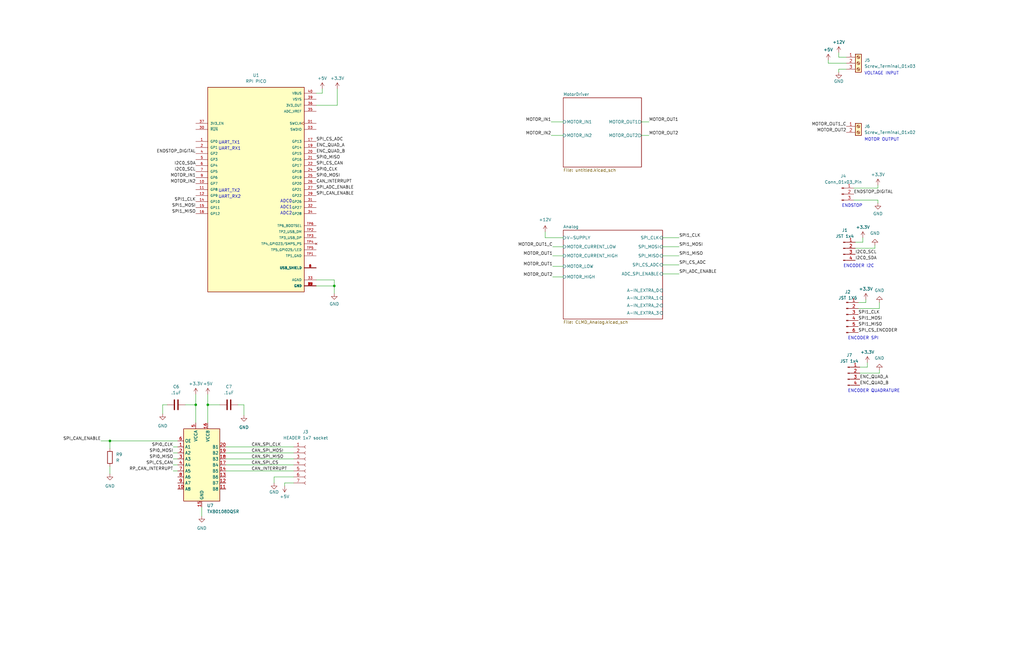
<source format=kicad_sch>
(kicad_sch (version 20230121) (generator eeschema)
  (paper "B")
  (lib_symbols
    (symbol "Connector:Conn_01x03_Pin" (pin_names (offset 1.016) hide)
      (property "Reference" "J" (at 0 5.08 0))
      (property "Value" "Conn_01x03_Pin" (at 0 -5.08 0))
      (symbol "Conn_01x03_Pin_1_1"
        (polyline (pts (xy 1.27 -2.54) (xy 0.8636 -2.54)) (stroke (width 0.1524)))
        (polyline (pts (xy 1.27 0) (xy 0.8636 0)) (stroke (width 0.1524)))
        (polyline (pts (xy 1.27 2.54) (xy 0.8636 2.54)) (stroke (width 0.1524)))
        (rectangle (start 0.8636 -2.413) (end 0 -2.667) (stroke (width 0.1524)) (fill (type outline)))
        (rectangle (start 0.8636 0.127) (end 0 -0.127) (stroke (width 0.1524)) (fill (type outline)))
        (rectangle (start 0.8636 2.667) (end 0 2.413) (stroke (width 0.1524)) (fill (type outline)))
        (pin passive line (at 5.08 2.54 180) (length 3.81) (name "Pin_1") (number "1"))
        (pin passive line (at 5.08 0 180) (length 3.81) (name "Pin_2") (number "2"))
        (pin passive line (at 5.08 -2.54 180) (length 3.81) (name "Pin_3") (number "3"))
      )
    )
    (symbol "Connector:Conn_01x04_Pin" (pin_names (offset 1.016) hide)
      (property "Reference" "J" (at 0 5.08 0))
      (property "Value" "Conn_01x04_Pin" (at 0 -7.62 0))
      (symbol "Conn_01x04_Pin_1_1"
        (polyline (pts (xy 1.27 -5.08) (xy 0.8636 -5.08)) (stroke (width 0.1524)))
        (polyline (pts (xy 1.27 -2.54) (xy 0.8636 -2.54)) (stroke (width 0.1524)))
        (polyline (pts (xy 1.27 0) (xy 0.8636 0)) (stroke (width 0.1524)))
        (polyline (pts (xy 1.27 2.54) (xy 0.8636 2.54)) (stroke (width 0.1524)))
        (rectangle (start 0.8636 -4.953) (end 0 -5.207) (stroke (width 0.1524)) (fill (type outline)))
        (rectangle (start 0.8636 -2.413) (end 0 -2.667) (stroke (width 0.1524)) (fill (type outline)))
        (rectangle (start 0.8636 0.127) (end 0 -0.127) (stroke (width 0.1524)) (fill (type outline)))
        (rectangle (start 0.8636 2.667) (end 0 2.413) (stroke (width 0.1524)) (fill (type outline)))
        (pin passive line (at 5.08 2.54 180) (length 3.81) (name "Pin_1") (number "1"))
        (pin passive line (at 5.08 0 180) (length 3.81) (name "Pin_2") (number "2"))
        (pin passive line (at 5.08 -2.54 180) (length 3.81) (name "Pin_3") (number "3"))
        (pin passive line (at 5.08 -5.08 180) (length 3.81) (name "Pin_4") (number "4"))
      )
    )
    (symbol "Connector:Conn_01x06_Pin" (pin_names (offset 1.016) hide)
      (property "Reference" "J" (at 0 7.62 0))
      (property "Value" "Conn_01x06_Pin" (at 0 -10.16 0))
      (symbol "Conn_01x06_Pin_1_1"
        (polyline (pts (xy 1.27 -7.62) (xy 0.8636 -7.62)) (stroke (width 0.1524)))
        (polyline (pts (xy 1.27 -5.08) (xy 0.8636 -5.08)) (stroke (width 0.1524)))
        (polyline (pts (xy 1.27 -2.54) (xy 0.8636 -2.54)) (stroke (width 0.1524)))
        (polyline (pts (xy 1.27 0) (xy 0.8636 0)) (stroke (width 0.1524)))
        (polyline (pts (xy 1.27 2.54) (xy 0.8636 2.54)) (stroke (width 0.1524)))
        (polyline (pts (xy 1.27 5.08) (xy 0.8636 5.08)) (stroke (width 0.1524)))
        (rectangle (start 0.8636 -7.493) (end 0 -7.747) (stroke (width 0.1524)) (fill (type outline)))
        (rectangle (start 0.8636 -4.953) (end 0 -5.207) (stroke (width 0.1524)) (fill (type outline)))
        (rectangle (start 0.8636 -2.413) (end 0 -2.667) (stroke (width 0.1524)) (fill (type outline)))
        (rectangle (start 0.8636 0.127) (end 0 -0.127) (stroke (width 0.1524)) (fill (type outline)))
        (rectangle (start 0.8636 2.667) (end 0 2.413) (stroke (width 0.1524)) (fill (type outline)))
        (rectangle (start 0.8636 5.207) (end 0 4.953) (stroke (width 0.1524)) (fill (type outline)))
        (pin passive line (at 5.08 5.08 180) (length 3.81) (name "Pin_1") (number "1"))
        (pin passive line (at 5.08 2.54 180) (length 3.81) (name "Pin_2") (number "2"))
        (pin passive line (at 5.08 0 180) (length 3.81) (name "Pin_3") (number "3"))
        (pin passive line (at 5.08 -2.54 180) (length 3.81) (name "Pin_4") (number "4"))
        (pin passive line (at 5.08 -5.08 180) (length 3.81) (name "Pin_5") (number "5"))
        (pin passive line (at 5.08 -7.62 180) (length 3.81) (name "Pin_6") (number "6"))
      )
    )
    (symbol "Connector:Conn_01x07_Socket" (pin_names (offset 1.016) hide)
      (property "Reference" "J" (at 0 10.16 0))
      (property "Value" "Conn_01x07_Socket" (at 0 -10.16 0))
      (symbol "Conn_01x07_Socket_1_1"
        (arc (start 0 -7.112) (mid -0.5058 -7.62) (end 0 -8.128) (stroke (width 0.1524)))
        (arc (start 0 -4.572) (mid -0.5058 -5.08) (end 0 -5.588) (stroke (width 0.1524)))
        (arc (start 0 -2.032) (mid -0.5058 -2.54) (end 0 -3.048) (stroke (width 0.1524)))
        (polyline (pts (xy -1.27 -7.62) (xy -0.508 -7.62)) (stroke (width 0.1524)))
        (polyline (pts (xy -1.27 -5.08) (xy -0.508 -5.08)) (stroke (width 0.1524)))
        (polyline (pts (xy -1.27 -2.54) (xy -0.508 -2.54)) (stroke (width 0.1524)))
        (polyline (pts (xy -1.27 0) (xy -0.508 0)) (stroke (width 0.1524)))
        (polyline (pts (xy -1.27 2.54) (xy -0.508 2.54)) (stroke (width 0.1524)))
        (polyline (pts (xy -1.27 5.08) (xy -0.508 5.08)) (stroke (width 0.1524)))
        (polyline (pts (xy -1.27 7.62) (xy -0.508 7.62)) (stroke (width 0.1524)))
        (arc (start 0 0.508) (mid -0.5058 0) (end 0 -0.508) (stroke (width 0.1524)))
        (arc (start 0 3.048) (mid -0.5058 2.54) (end 0 2.032) (stroke (width 0.1524)))
        (arc (start 0 5.588) (mid -0.5058 5.08) (end 0 4.572) (stroke (width 0.1524)))
        (arc (start 0 8.128) (mid -0.5058 7.62) (end 0 7.112) (stroke (width 0.1524)))
        (pin passive line (at -5.08 7.62 0) (length 3.81) (name "Pin_1") (number "1"))
        (pin passive line (at -5.08 5.08 0) (length 3.81) (name "Pin_2") (number "2"))
        (pin passive line (at -5.08 2.54 0) (length 3.81) (name "Pin_3") (number "3"))
        (pin passive line (at -5.08 0 0) (length 3.81) (name "Pin_4") (number "4"))
        (pin passive line (at -5.08 -2.54 0) (length 3.81) (name "Pin_5") (number "5"))
        (pin passive line (at -5.08 -5.08 0) (length 3.81) (name "Pin_6") (number "6"))
        (pin passive line (at -5.08 -7.62 0) (length 3.81) (name "Pin_7") (number "7"))
      )
    )
    (symbol "Connector:Screw_Terminal_01x02" (pin_names (offset 1.016) hide)
      (property "Reference" "J" (at 0 2.54 0))
      (property "Value" "Screw_Terminal_01x02" (at 0 -5.08 0))
      (symbol "Screw_Terminal_01x02_1_1"
        (rectangle (start -1.27 1.27) (end 1.27 -3.81) (stroke (width 0.254)) (fill (type background)))
        (circle (center 0 -2.54) (radius 0.635) (stroke (width 0.1524)))
        (polyline (pts (xy -0.5334 -2.2098) (xy 0.3302 -3.048)) (stroke (width 0.1524)))
        (polyline (pts (xy -0.5334 0.3302) (xy 0.3302 -0.508)) (stroke (width 0.1524)))
        (polyline (pts (xy -0.3556 -2.032) (xy 0.508 -2.8702)) (stroke (width 0.1524)))
        (polyline (pts (xy -0.3556 0.508) (xy 0.508 -0.3302)) (stroke (width 0.1524)))
        (circle (center 0 0) (radius 0.635) (stroke (width 0.1524)))
        (pin passive line (at -5.08 0 0) (length 3.81) (name "Pin_1") (number "1"))
        (pin passive line (at -5.08 -2.54 0) (length 3.81) (name "Pin_2") (number "2"))
      )
    )
    (symbol "Connector:Screw_Terminal_01x03" (pin_names (offset 1.016) hide)
      (property "Reference" "J" (at 0 5.08 0))
      (property "Value" "Screw_Terminal_01x03" (at 0 -5.08 0))
      (symbol "Screw_Terminal_01x03_1_1"
        (rectangle (start -1.27 3.81) (end 1.27 -3.81) (stroke (width 0.254)) (fill (type background)))
        (circle (center 0 -2.54) (radius 0.635) (stroke (width 0.1524)))
        (polyline (pts (xy -0.5334 -2.2098) (xy 0.3302 -3.048)) (stroke (width 0.1524)))
        (polyline (pts (xy -0.5334 0.3302) (xy 0.3302 -0.508)) (stroke (width 0.1524)))
        (polyline (pts (xy -0.5334 2.8702) (xy 0.3302 2.032)) (stroke (width 0.1524)))
        (polyline (pts (xy -0.3556 -2.032) (xy 0.508 -2.8702)) (stroke (width 0.1524)))
        (polyline (pts (xy -0.3556 0.508) (xy 0.508 -0.3302)) (stroke (width 0.1524)))
        (polyline (pts (xy -0.3556 3.048) (xy 0.508 2.2098)) (stroke (width 0.1524)))
        (circle (center 0 0) (radius 0.635) (stroke (width 0.1524)))
        (circle (center 0 2.54) (radius 0.635) (stroke (width 0.1524)))
        (pin passive line (at -5.08 2.54 0) (length 3.81) (name "Pin_1") (number "1"))
        (pin passive line (at -5.08 0 0) (length 3.81) (name "Pin_2") (number "2"))
        (pin passive line (at -5.08 -2.54 0) (length 3.81) (name "Pin_3") (number "3"))
      )
    )
    (symbol "Device:C" (pin_numbers hide) (pin_names (offset 0.254))
      (property "Reference" "C" (at 0.635 2.54 0))
      (property "Value" "C" (at 0.635 -2.54 0))
      (symbol "C_0_1"
        (polyline (pts (xy -2.032 -0.762) (xy 2.032 -0.762)) (stroke (width 0.508)))
        (polyline (pts (xy -2.032 0.762) (xy 2.032 0.762)) (stroke (width 0.508)))
      )
      (symbol "C_1_1"
        (pin passive line (at 0 3.81 270) (length 2.794) (name "~") (number "1"))
        (pin passive line (at 0 -3.81 90) (length 2.794) (name "~") (number "2"))
      )
    )
    (symbol "Device:R" (pin_numbers hide) (pin_names (offset 0))
      (property "Reference" "R" (at 2.032 0 90))
      (property "Value" "R" (at 0 0 90))
      (symbol "R_0_1"
        (rectangle (start -1.016 -2.54) (end 1.016 2.54) (stroke (width 0.254)))
      )
      (symbol "R_1_1"
        (pin passive line (at 0 3.81 270) (length 1.27) (name "~") (number "1"))
        (pin passive line (at 0 -3.81 90) (length 1.27) (name "~") (number "2"))
      )
    )
    (symbol "Logic_LevelTranslator:TXB0108DQSR"
      (property "Reference" "U" (at -6.35 16.51 0))
      (property "Value" "TXB0108DQSR" (at 3.81 16.51 0))
      (symbol "TXB0108DQSR_0_1"
        (rectangle (start -7.62 15.24) (end 7.62 -15.24) (stroke (width 0.254)) (fill (type background)))
      )
      (symbol "TXB0108DQSR_1_1"
        (pin bidirectional line (at -10.16 7.62 0) (length 2.54) (name "A1") (number "1"))
        (pin bidirectional line (at -10.16 -10.16 0) (length 2.54) (name "A8") (number "10"))
        (pin bidirectional line (at 10.16 -10.16 180) (length 2.54) (name "B8") (number "11"))
        (pin bidirectional line (at 10.16 -7.62 180) (length 2.54) (name "B7") (number "12"))
        (pin bidirectional line (at 10.16 -5.08 180) (length 2.54) (name "B6") (number "13"))
        (pin bidirectional line (at 10.16 -2.54 180) (length 2.54) (name "B5") (number "14"))
        (pin power_in line (at 0 -17.78 90) (length 2.54) (name "GND") (number "15"))
        (pin power_in line (at 2.54 17.78 270) (length 2.54) (name "VCCB") (number "16"))
        (pin bidirectional line (at 10.16 0 180) (length 2.54) (name "B4") (number "17"))
        (pin bidirectional line (at 10.16 2.54 180) (length 2.54) (name "B3") (number "18"))
        (pin bidirectional line (at 10.16 5.08 180) (length 2.54) (name "B2") (number "19"))
        (pin bidirectional line (at -10.16 5.08 0) (length 2.54) (name "A2") (number "2"))
        (pin bidirectional line (at 10.16 7.62 180) (length 2.54) (name "B1") (number "20"))
        (pin bidirectional line (at -10.16 2.54 0) (length 2.54) (name "A3") (number "3"))
        (pin bidirectional line (at -10.16 0 0) (length 2.54) (name "A4") (number "4"))
        (pin power_in line (at -2.54 17.78 270) (length 2.54) (name "VCCA") (number "5"))
        (pin input line (at -10.16 10.16 0) (length 2.54) (name "OE") (number "6"))
        (pin bidirectional line (at -10.16 -2.54 0) (length 2.54) (name "A5") (number "7"))
        (pin bidirectional line (at -10.16 -5.08 0) (length 2.54) (name "A6") (number "8"))
        (pin bidirectional line (at -10.16 -7.62 0) (length 2.54) (name "A7") (number "9"))
      )
    )
    (symbol "SC0915:SC0915" (pin_names (offset 1.016))
      (property "Reference" "U" (at -20.32 44.069 0))
      (property "Value" "SC0915" (at -20.32 -45.72 0))
      (symbol "SC0915_0_0"
        (rectangle (start -20.32 -43.18) (end 20.32 43.18) (stroke (width 0.254)) (fill (type background)))
        (pin bidirectional line (at -25.4 20.32 0) (length 5.08) (name "GP0") (number "1"))
        (pin bidirectional line (at -25.4 2.54 0) (length 5.08) (name "GP7") (number "10"))
        (pin bidirectional line (at -25.4 0 0) (length 5.08) (name "GP8") (number "11"))
        (pin bidirectional line (at -25.4 -2.54 0) (length 5.08) (name "GP9") (number "12"))
        (pin power_in line (at 25.4 -40.64 180) (length 5.08) (name "GND") (number "13"))
        (pin bidirectional line (at -25.4 -5.08 0) (length 5.08) (name "GP10") (number "14"))
        (pin bidirectional line (at -25.4 -7.62 0) (length 5.08) (name "GP11") (number "15"))
        (pin bidirectional line (at -25.4 -10.16 0) (length 5.08) (name "GP12") (number "16"))
        (pin bidirectional line (at 25.4 20.32 180) (length 5.08) (name "GP13") (number "17"))
        (pin power_in line (at 25.4 -40.64 180) (length 5.08) (name "GND") (number "18"))
        (pin bidirectional line (at 25.4 17.78 180) (length 5.08) (name "GP14") (number "19"))
        (pin bidirectional line (at -25.4 17.78 0) (length 5.08) (name "GP1") (number "2"))
        (pin bidirectional line (at 25.4 15.24 180) (length 5.08) (name "GP15") (number "20"))
        (pin bidirectional line (at 25.4 12.7 180) (length 5.08) (name "GP16") (number "21"))
        (pin bidirectional line (at 25.4 10.16 180) (length 5.08) (name "GP17") (number "22"))
        (pin power_in line (at 25.4 -40.64 180) (length 5.08) (name "GND") (number "23"))
        (pin bidirectional line (at 25.4 7.62 180) (length 5.08) (name "GP18") (number "24"))
        (pin bidirectional line (at 25.4 5.08 180) (length 5.08) (name "GP19") (number "25"))
        (pin bidirectional line (at 25.4 2.54 180) (length 5.08) (name "GP20") (number "26"))
        (pin bidirectional line (at 25.4 0 180) (length 5.08) (name "GP21") (number "27"))
        (pin power_in line (at 25.4 -40.64 180) (length 5.08) (name "GND") (number "28"))
        (pin bidirectional line (at 25.4 -2.54 180) (length 5.08) (name "GP22") (number "29"))
        (pin power_in line (at 25.4 -40.64 180) (length 5.08) (name "GND") (number "3"))
        (pin input line (at -25.4 25.4 0) (length 5.08) (name "~{RUN}") (number "30"))
        (pin bidirectional line (at 25.4 -5.08 180) (length 5.08) (name "GP26") (number "31"))
        (pin bidirectional line (at 25.4 -7.62 180) (length 5.08) (name "GP27") (number "32"))
        (pin power_in line (at 25.4 -38.1 180) (length 5.08) (name "AGND") (number "33"))
        (pin bidirectional line (at 25.4 -10.16 180) (length 5.08) (name "GP28") (number "34"))
        (pin power_in line (at 25.4 33.02 180) (length 5.08) (name "ADC_VREF") (number "35"))
        (pin power_in line (at 25.4 35.56 180) (length 5.08) (name "3V3_OUT") (number "36"))
        (pin input line (at -25.4 27.94 0) (length 5.08) (name "3V3_EN") (number "37"))
        (pin power_in line (at 25.4 -40.64 180) (length 5.08) (name "GND") (number "38"))
        (pin power_in line (at 25.4 38.1 180) (length 5.08) (name "VSYS") (number "39"))
        (pin bidirectional line (at -25.4 15.24 0) (length 5.08) (name "GP2") (number "4"))
        (pin power_in line (at 25.4 40.64 180) (length 5.08) (name "VBUS") (number "40"))
        (pin bidirectional line (at -25.4 12.7 0) (length 5.08) (name "GP3") (number "5"))
        (pin bidirectional line (at -25.4 10.16 0) (length 5.08) (name "GP4") (number "6"))
        (pin bidirectional line (at -25.4 7.62 0) (length 5.08) (name "GP5") (number "7"))
        (pin power_in line (at 25.4 -40.64 180) (length 5.08) (name "GND") (number "8"))
        (pin bidirectional line (at -25.4 5.08 0) (length 5.08) (name "GP6") (number "9"))
        (pin power_in line (at 25.4 -33.02 180) (length 5.08) (name "USB_SHIELD") (number "A"))
        (pin power_in line (at 25.4 -33.02 180) (length 5.08) (name "USB_SHIELD") (number "B"))
        (pin power_in line (at 25.4 -33.02 180) (length 5.08) (name "USB_SHIELD") (number "C"))
        (pin power_in line (at 25.4 -33.02 180) (length 5.08) (name "USB_SHIELD") (number "D"))
        (pin input clock (at 25.4 27.94 180) (length 5.08) (name "SWCLK") (number "D1"))
        (pin power_in line (at 25.4 -40.64 180) (length 5.08) (name "GND") (number "D2"))
        (pin bidirectional line (at 25.4 25.4 180) (length 5.08) (name "SWDIO") (number "D3"))
        (pin power_in line (at 25.4 -27.94 180) (length 5.08) (name "TP1_GND") (number "TP1"))
        (pin bidirectional line (at 25.4 -17.78 180) (length 5.08) (name "TP2_USB_DM") (number "TP2"))
        (pin bidirectional line (at 25.4 -20.32 180) (length 5.08) (name "TP3_USB_DP") (number "TP3"))
        (pin no_connect line (at 25.4 -22.86 180) (length 5.08) (name "TP4_GPIO23/SMPS_PS") (number "TP4"))
        (pin output line (at 25.4 -25.4 180) (length 5.08) (name "TP5_GPIO25/LED") (number "TP5"))
        (pin input line (at 25.4 -15.24 180) (length 5.08) (name "TP6_BOOTSEL") (number "TP6"))
      )
    )
    (symbol "power:+12V" (power) (pin_names (offset 0))
      (property "Value" "+12V" (at 0 3.556 0))
      (symbol "+12V_0_1"
        (polyline (pts (xy -0.762 1.27) (xy 0 2.54)))
        (polyline (pts (xy 0 0) (xy 0 2.54)))
        (polyline (pts (xy 0 2.54) (xy 0.762 1.27)))
      )
      (symbol "+12V_1_1"
        (pin power_in line (at 0 0 90) (length 0) hide (name "+12V") (number "1"))
      )
    )
    (symbol "power:+3.3V" (power) (pin_names (offset 0))
      (property "Value" "+3.3V" (at 0 3.556 0))
      (symbol "+3.3V_0_1"
        (polyline (pts (xy -0.762 1.27) (xy 0 2.54)))
        (polyline (pts (xy 0 0) (xy 0 2.54)))
        (polyline (pts (xy 0 2.54) (xy 0.762 1.27)))
      )
      (symbol "+3.3V_1_1"
        (pin power_in line (at 0 0 90) (length 0) hide (name "+3.3V") (number "1"))
      )
    )
    (symbol "power:+5V" (power) (pin_names (offset 0))
      (property "Value" "+5V" (at 0 3.556 0))
      (symbol "+5V_0_1"
        (polyline (pts (xy -0.762 1.27) (xy 0 2.54)))
        (polyline (pts (xy 0 0) (xy 0 2.54)))
        (polyline (pts (xy 0 2.54) (xy 0.762 1.27)))
      )
      (symbol "+5V_1_1"
        (pin power_in line (at 0 0 90) (length 0) hide (name "+5V") (number "1"))
      )
    )
    (symbol "power:GND" (power) (pin_names (offset 0))
      (property "Value" "GND" (at 0 -3.81 0))
      (symbol "GND_0_1"
        (polyline (pts (xy 0 0) (xy 0 -1.27) (xy 1.27 -1.27) (xy 0 -2.54) (xy -1.27 -1.27) (xy 0 -1.27)))
      )
      (symbol "GND_1_1"
        (pin power_in line (at 0 0 270) (length 0) hide (name "GND") (number "1"))
      )
    )
  )
  (junction (at 46.355 186.055))
  (junction (at 87.63 170.815))
  (junction (at 82.55 170.815))
  (junction (at 140.97 120.65))
  (wire (pts (xy 368.935 104.775) (xy 368.935 103.505)))
  (wire (pts (xy 363.855 102.235) (xy 363.855 100.33)))
  (wire (pts (xy 73.025 193.675) (xy 74.93 193.675)))
  (wire (pts (xy 365.76 154.94) (xy 365.76 153.035)))
  (wire (pts (xy 349.25 26.67) (xy 349.25 25.4)))
  (wire (pts (xy 95.25 191.135) (xy 123.825 191.135)))
  (wire (pts (xy 123.825 203.835) (xy 120.015 203.835)))
  (wire (pts (xy 362.585 154.94) (xy 365.76 154.94)))
  (wire (pts (xy 370.84 157.48) (xy 370.84 156.21)))
  (wire (pts (xy 87.63 166.37) (xy 87.63 170.815)))
  (wire (pts (xy 73.025 196.215) (xy 74.93 196.215)))
  (wire (pts (xy 115.57 201.295) (xy 115.57 203.835)))
  (wire (pts (xy 85.09 213.995) (xy 85.09 217.805)))
  (wire (pts (xy 68.58 170.815) (xy 68.58 174.625)))
  (wire (pts (xy 279.4 104.14) (xy 286.385 104.14)))
  (wire (pts (xy 370.205 79.375) (xy 370.205 78.105)))
  (wire (pts (xy 232.41 57.15) (xy 237.49 57.15)))
  (wire (pts (xy 133.35 118.11) (xy 140.97 118.11)))
  (wire (pts (xy 46.355 186.055) (xy 46.355 189.23)))
  (wire (pts (xy 120.015 203.835) (xy 120.015 205.105)))
  (wire (pts (xy 140.97 120.65) (xy 133.35 120.65)))
  (wire (pts (xy 233.045 116.84) (xy 237.49 116.84)))
  (wire (pts (xy 356.87 26.67) (xy 349.25 26.67)))
  (wire (pts (xy 353.695 24.13) (xy 353.695 22.225)))
  (wire (pts (xy 95.25 198.755) (xy 123.825 198.755)))
  (wire (pts (xy 102.87 170.815) (xy 102.87 175.26)))
  (wire (pts (xy 42.545 186.055) (xy 46.355 186.055)))
  (wire (pts (xy 140.97 118.11) (xy 140.97 120.65)))
  (wire (pts (xy 279.4 107.95) (xy 286.385 107.95)))
  (wire (pts (xy 95.25 196.215) (xy 123.825 196.215)))
  (wire (pts (xy 370.84 127.635) (xy 370.84 130.175)))
  (wire (pts (xy 361.95 130.175) (xy 370.84 130.175)))
  (wire (pts (xy 356.87 24.13) (xy 353.695 24.13)))
  (wire (pts (xy 133.35 44.45) (xy 142.24 44.45)))
  (wire (pts (xy 270.51 51.435) (xy 273.685 51.435)))
  (wire (pts (xy 232.41 51.435) (xy 237.49 51.435)))
  (wire (pts (xy 100.33 170.815) (xy 102.87 170.815)))
  (wire (pts (xy 356.87 29.21) (xy 353.695 29.21)))
  (wire (pts (xy 270.51 57.15) (xy 273.685 57.15)))
  (wire (pts (xy 361.95 127.635) (xy 365.125 127.635)))
  (wire (pts (xy 82.55 166.37) (xy 82.55 170.815)))
  (wire (pts (xy 73.025 198.755) (xy 74.93 198.755)))
  (wire (pts (xy 142.24 44.45) (xy 142.24 37.465)))
  (wire (pts (xy 73.025 188.595) (xy 74.93 188.595)))
  (wire (pts (xy 70.485 170.815) (xy 68.58 170.815)))
  (wire (pts (xy 95.25 193.675) (xy 123.825 193.675)))
  (wire (pts (xy 87.63 170.815) (xy 92.71 170.815)))
  (wire (pts (xy 370.205 84.455) (xy 370.205 85.725)))
  (wire (pts (xy 233.045 107.95) (xy 237.49 107.95)))
  (wire (pts (xy 362.585 157.48) (xy 370.84 157.48)))
  (wire (pts (xy 360.68 104.775) (xy 368.935 104.775)))
  (wire (pts (xy 229.87 100.33) (xy 237.49 100.33)))
  (wire (pts (xy 279.4 100.33) (xy 286.385 100.33)))
  (wire (pts (xy 135.89 39.37) (xy 135.89 37.465)))
  (wire (pts (xy 123.825 201.295) (xy 115.57 201.295)))
  (wire (pts (xy 95.25 188.595) (xy 123.825 188.595)))
  (wire (pts (xy 365.125 127.635) (xy 365.125 126.365)))
  (wire (pts (xy 360.68 102.235) (xy 363.855 102.235)))
  (wire (pts (xy 73.025 191.135) (xy 74.93 191.135)))
  (wire (pts (xy 87.63 170.815) (xy 87.63 178.435)))
  (wire (pts (xy 46.355 196.85) (xy 46.355 200.025)))
  (wire (pts (xy 74.93 186.055) (xy 46.355 186.055)))
  (wire (pts (xy 233.045 112.395) (xy 237.49 112.395)))
  (wire (pts (xy 133.35 39.37) (xy 135.89 39.37)))
  (wire (pts (xy 353.695 29.21) (xy 353.695 30.48)))
  (wire (pts (xy 237.49 104.14) (xy 233.045 104.14)))
  (wire (pts (xy 279.4 115.57) (xy 286.385 115.57)))
  (wire (pts (xy 78.105 170.815) (xy 82.55 170.815)))
  (wire (pts (xy 360.045 84.455) (xy 370.205 84.455)))
  (wire (pts (xy 229.87 97.79) (xy 229.87 100.33)))
  (wire (pts (xy 82.55 170.815) (xy 82.55 178.435)))
  (wire (pts (xy 360.045 79.375) (xy 370.205 79.375)))
  (wire (pts (xy 279.4 111.76) (xy 286.385 111.76)))
  (wire (pts (xy 140.97 123.825) (xy 140.97 120.65)))
  (text "ADC0" (at 123.19 85.725 0) (effects (font (size 1.27 1.27)) (justify right bottom)))
  (text "ENDSTOP" (at 354.965 87.63 0) (effects (font (size 1.27 1.27)) (justify left bottom)))
  (text "UART_TX1" (at 92.075 60.96 0) (effects (font (size 1.27 1.27)) (justify left bottom)))
  (text "ENCODER I2C" (at 355.6 113.03 0) (effects (font (size 1.27 1.27)) (justify left bottom)))
  (text "UART_TX2" (at 92.075 81.28 0) (effects (font (size 1.27 1.27)) (justify left bottom)))
  (text "ENCODER QUADRATURE" (at 357.505 165.735 0) (effects (font (size 1.27 1.27)) (justify left bottom)))
  (text "ENCODER SPI" (at 357.505 143.51 0) (effects (font (size 1.27 1.27)) (justify left bottom)))
  (text "ADC2" (at 123.19 90.805 0) (effects (font (size 1.27 1.27)) (justify right bottom)))
  (text "UART_RX1" (at 92.075 63.5 0) (effects (font (size 1.27 1.27)) (justify left bottom)))
  (text "VOLTAGE INPUT" (at 364.49 31.75 0) (effects (font (size 1.27 1.27)) (justify left bottom)))
  (text "ADC1" (at 123.19 88.265 0) (effects (font (size 1.27 1.27)) (justify right bottom)))
  (text "MOTOR OUTPUT" (at 364.49 59.69 0) (effects (font (size 1.27 1.27)) (justify left bottom)))
  (text "UART_RX2" (at 92.075 83.82 0) (effects (font (size 1.27 1.27)) (justify left bottom)))
  (label "MOTOR_IN2" (at 82.55 77.47 180))
  (label "ENC_QUAD_A" (at 362.585 160.02 0))
  (label "SPI1_MOSI" (at 361.95 135.255 0))
  (label "SPI0_MOSI" (at 133.35 74.93 0))
  (label "SPI0_MISO" (at 73.025 193.675 180))
  (label "SPI1_CLK" (at 361.95 132.715 0))
  (label "MOTOR_OUT1_C" (at 356.87 53.34 180))
  (label "MOTOR_OUT1" (at 233.045 107.95 180))
  (label "I2C0_SCL" (at 82.55 72.39 180))
  (label "SPI1_CLK" (at 286.385 100.33 0))
  (label "I2C0_SDA" (at 82.55 69.85 180))
  (label "SPI_CS_ADC" (at 286.385 111.76 0))
  (label "SPI0_CLK" (at 73.025 188.595 180))
  (label "MOTOR_OUT2" (at 233.045 116.84 180))
  (label "SPI1_MOSI" (at 82.55 87.63 180))
  (label "I2C0_SDA" (at 360.68 109.855 0))
  (label "CAN_SPI_CLK" (at 106.045 188.595 0))
  (label "SPI0_MISO" (at 133.35 67.31 0))
  (label "CAN_SPI_MOSI" (at 106.045 191.135 0))
  (label "SPI_CAN_ENABLE" (at 133.35 82.55 0))
  (label "CAN_INTERRUPT" (at 106.045 198.755 0))
  (label "MOTOR_IN1" (at 232.41 51.435 180))
  (label "MOTOR_OUT1_C" (at 233.045 104.14 180))
  (label "MOTOR_OUT1" (at 233.045 112.395 180))
  (label "MOTOR_OUT2" (at 273.685 57.15 0))
  (label "ENDSTOP_DIGITAL" (at 82.55 64.77 180))
  (label "SPI_CS_ENCODER" (at 361.95 140.335 0))
  (label "RP_CAN_INTERRUPT" (at 73.025 198.755 180))
  (label "ENC_QUAD_A" (at 133.35 62.23 0))
  (label "SPI1_MISO" (at 82.55 90.17 180))
  (label "MOTOR_IN2" (at 232.41 57.15 180))
  (label "SPI1_MISO" (at 286.385 107.95 0))
  (label "SPI1_MISO" (at 361.95 137.795 0))
  (label "ENDSTOP_DIGITAL" (at 360.045 81.915 0))
  (label "ENC_QUAD_B" (at 362.585 162.56 0))
  (label "SPI_CS_CAN" (at 73.025 196.215 180))
  (label "SPI_CS_CAN" (at 133.35 69.85 0))
  (label "CAN_INTERRUPT" (at 133.35 77.47 0))
  (label "CAN_SPI_MISO" (at 106.045 193.675 0))
  (label "I2C0_SCL" (at 360.68 107.315 0))
  (label "CAN_SPI_CS" (at 106.045 196.215 0))
  (label "SPI0_CLK" (at 133.35 72.39 0))
  (label "SPI_ADC_ENABLE" (at 133.35 80.01 0))
  (label "MOTOR_OUT2" (at 356.87 55.88 180))
  (label "SPI_CS_ADC" (at 133.35 59.69 0))
  (label "SPI_ADC_ENABLE" (at 286.385 115.57 0))
  (label "SPI_CAN_ENABLE" (at 42.545 186.055 180))
  (label "ENC_QUAD_B" (at 133.35 64.77 0))
  (label "SPI0_MOSI" (at 73.025 191.135 180))
  (label "MOTOR_IN1" (at 82.55 74.93 180))
  (label "SPI1_CLK" (at 82.55 85.09 180))
  (label "MOTOR_OUT1" (at 273.685 51.435 0))
  (label "SPI1_MOSI" (at 286.385 104.14 0))
  (symbol (lib_id "power:GND") (at 115.57 203.835 0) (unit 1)
    (property "Reference" "#PWR011" (effects hide))
    (property "Value" "GND" (at 115.57 207.645 0))
  )
  (symbol (lib_id "power:GND") (at 85.09 217.805 0) (unit 1)
    (property "Reference" "#PWR027" (effects hide))
    (property "Value" "GND" (at 85.09 222.885 0))
  )
  (symbol (lib_id "power:+5V") (at 87.63 166.37 0) (unit 1)
    (property "Reference" "#PWR028" (effects hide))
    (property "Value" "+5V" (at 87.63 161.925 0))
  )
  (symbol (lib_id "Device:C") (at 74.295 170.815 90) (unit 1)
    (property "Reference" "C6" (at 74.295 163.195 90))
    (property "Value" ".1uF" (at 74.295 165.735 90))
  )
  (symbol (lib_id "power:+5V") (at 135.89 37.465 0) (unit 1)
    (property "Reference" "#PWR035" (effects hide))
    (property "Value" "+5V" (at 135.89 33.02 0))
  )
  (symbol (lib_id "power:GND") (at 46.355 200.025 0) (unit 1)
    (property "Reference" "#PWR041" (effects hide))
    (property "Value" "GND" (at 46.355 205.105 0))
  )
  (symbol (lib_id "power:GND") (at 370.205 85.725 0) (unit 1)
    (property "Reference" "#PWR034" (effects hide))
    (property "Value" "GND" (at 370.205 90.17 0))
  )
  (symbol (lib_id "Logic_LevelTranslator:TXB0108DQSR") (at 85.09 196.215 0) (unit 1)
    (property "Reference" "U7" (at 87.2841 213.36 0) (effects (justify left)))
    (property "Value" "TXB0108DQSR" (at 87.2841 215.9 0) (effects (justify left)))
    (property "Footprint" "Package_SON:USON-20_2x4mm_P0.4mm" (effects hide))
    (property "Datasheet" "http://www.ti.com/lit/ds/symlink/txb0108.pdf" (effects hide))
  )
  (symbol (lib_id "power:+3.3V") (at 142.24 37.465 0) (unit 1)
    (property "Reference" "#PWR036" (effects hide))
    (property "Value" "+3.3V" (at 142.24 33.02 0))
  )
  (symbol (lib_id "Connector:Conn_01x06_Pin") (at 356.87 132.715 0) (unit 1)
    (property "Reference" "J2" (at 357.505 123.19 0))
    (property "Value" "JST 1X6" (at 357.505 125.73 0))
  )
  (symbol (lib_id "power:+3.3V") (at 363.855 100.33 0) (unit 1)
    (property "Reference" "#PWR07" (effects hide))
    (property "Value" "+3.3V" (at 363.855 95.885 0))
  )
  (symbol (lib_id "power:+3.3V") (at 370.205 78.105 0) (unit 1)
    (property "Reference" "#PWR033" (effects hide))
    (property "Value" "+3.3V" (at 370.205 73.66 0))
  )
  (symbol (lib_id "power:GND") (at 368.935 103.505 180) (unit 1)
    (property "Reference" "#PWR08" (effects hide))
    (property "Value" "GND" (at 368.935 98.425 0))
  )
  (symbol (lib_id "power:GND") (at 370.84 127.635 180) (unit 1)
    (property "Reference" "#PWR010" (effects hide))
    (property "Value" "GND" (at 370.84 122.555 0))
  )
  (symbol (lib_id "Connector:Conn_01x03_Pin") (at 354.965 81.915 0) (unit 1)
    (property "Reference" "J4" (at 355.6 74.295 0))
    (property "Value" "Conn_01x03_Pin" (at 355.6 76.835 0))
  )
  (symbol (lib_id "Device:C") (at 96.52 170.815 90) (unit 1)
    (property "Reference" "C7" (at 96.52 163.195 90))
    (property "Value" ".1uF" (at 96.52 165.735 90))
  )
  (symbol (lib_id "Connector:Screw_Terminal_01x03") (at 361.95 26.67 0) (unit 1)
    (property "Reference" "J5" (at 364.49 25.4 0) (effects (justify left)))
    (property "Value" "Screw_Terminal_01x03" (at 364.49 27.94 0) (effects (justify left)))
  )
  (symbol (lib_id "power:+5V") (at 349.25 25.4 0) (unit 1)
    (property "Reference" "#PWR037" (effects hide))
    (property "Value" "+5V" (at 349.25 20.955 0))
  )
  (symbol (lib_id "Connector:Screw_Terminal_01x02") (at 361.95 53.34 0) (unit 1)
    (property "Reference" "J6" (at 364.49 53.34 0) (effects (justify left)))
    (property "Value" "Screw_Terminal_01x02" (at 364.49 55.88 0) (effects (justify left)))
  )
  (symbol (lib_id "power:+3.3V") (at 365.125 126.365 0) (unit 1)
    (property "Reference" "#PWR09" (effects hide))
    (property "Value" "+3.3V" (at 365.125 121.92 0))
  )
  (symbol (lib_id "power:GND") (at 140.97 123.825 0) (unit 1)
    (property "Reference" "#PWR06" (effects hide))
    (property "Value" "GND" (at 140.97 128.27 0))
  )
  (symbol (lib_id "power:+12V") (at 353.695 22.225 0) (unit 1)
    (property "Reference" "#PWR039" (effects hide))
    (property "Value" "+12V" (at 353.695 17.78 0))
  )
  (symbol (lib_id "Connector:Conn_01x04_Pin") (at 357.505 157.48 0) (unit 1)
    (property "Reference" "J7" (at 358.14 149.86 0))
    (property "Value" "JST 1x4" (at 358.14 152.4 0))
  )
  (symbol (lib_id "Connector:Conn_01x04_Pin") (at 355.6 104.775 0) (unit 1)
    (property "Reference" "J1" (at 356.235 97.155 0))
    (property "Value" "JST 1x4" (at 356.235 99.695 0))
  )
  (symbol (lib_id "power:GND") (at 353.695 30.48 0) (unit 1)
    (property "Reference" "#PWR038" (effects hide))
    (property "Value" "GND" (at 353.695 34.29 0))
  )
  (symbol (lib_id "Connector:Conn_01x07_Socket") (at 128.905 196.215 0) (unit 1)
    (property "Reference" "J3" (at 127.635 182.245 0) (effects (justify left)))
    (property "Value" "HEADER 1x7 socket" (at 119.38 184.785 0) (effects (justify left)))
  )
  (symbol (lib_id "power:+3.3V") (at 365.76 153.035 0) (unit 1)
    (property "Reference" "#PWR042" (effects hide))
    (property "Value" "+3.3V" (at 365.76 148.59 0))
  )
  (symbol (lib_id "power:+3.3V") (at 82.55 166.37 0) (unit 1)
    (property "Reference" "#PWR026" (effects hide))
    (property "Value" "+3.3V" (at 82.55 161.925 0))
  )
  (symbol (lib_id "power:+5V") (at 120.015 205.105 180) (unit 1)
    (property "Reference" "#PWR012" (effects hide))
    (property "Value" "+5V" (at 120.015 209.55 0))
  )
  (symbol (lib_id "power:GND") (at 68.58 174.625 0) (unit 1)
    (property "Reference" "#PWR025" (effects hide))
    (property "Value" "GND" (at 68.58 179.705 0))
  )
  (symbol (lib_id "power:+12V") (at 229.87 97.79 0) (unit 1)
    (property "Reference" "#PWR030" (effects hide))
    (property "Value" "+12V" (at 229.87 92.71 0))
  )
  (symbol (lib_id "power:GND") (at 102.87 175.26 0) (unit 1)
    (property "Reference" "#PWR029" (effects hide))
    (property "Value" "GND" (at 102.87 180.34 0))
  )
  (symbol (lib_id "Device:R") (at 46.355 193.04 0) (unit 1)
    (property "Reference" "R9" (at 48.895 191.77 0) (effects (justify left)))
    (property "Value" "R" (at 48.895 194.31 0) (effects (justify left)))
  )
  (symbol (lib_id "SC0915:SC0915") (at 107.95 80.01 0) (unit 1)
    (property "Reference" "U1" (at 107.95 31.75 0))
    (property "Value" "RPI PICO" (at 107.95 34.29 0))
    (property "Footprint" "SC0915:MODULE_SC0915" (effects hide))
    (property "MF" "Pi Supply" (effects hide))
    (property "Description" "\n                        \n                            RP2040 Raspberry Pi Pico - ARM® Cortex®-M0+ MCU 32-Bit Embedded Evaluation Board\n                        \n" (effects hide))
    (property "Package" "None" (effects hide))
    (property "Price" "None" (effects hide))
    (property "Check_prices" "https://www.snapeda.com/parts/SC0915/Pi+Supply/view-part/?ref=eda" (effects hide))
    (property "STANDARD" "Manufacturer Recommendations" (effects hide))
    (property "PARTREV" "1.9" (effects hide))
    (property "SnapEDA_Link" "https://www.snapeda.com/parts/SC0915/Pi+Supply/view-part/?ref=snap" (effects hide))
    (property "MP" "SC0915" (effects hide))
    (property "MANUFACTURER" "Pi Supply" (effects hide))
    (property "Availability" "In Stock" (effects hide))
    (property "SNAPEDA_PN" "SC0915" (effects hide))
  )
  (symbol (lib_id "power:GND") (at 370.84 156.21 180) (unit 1)
    (property "Reference" "#PWR043" (effects hide))
    (property "Value" "GND" (at 370.84 151.13 0))
  )
  (sheet (at 237.49 97.155) (size 41.91 37.465) (stroke (width 0.1524))
    (property "Sheetname" "Analog" (at 237.49 96.4434 0) (effects (justify left bottom)))
    (property "Sheetfile" "CLMD_Analog.kicad_sch" (at 237.49 135.2046 0) (effects (justify left top)))
    (pin "MOTOR_CURRENT_LOW" input (at 237.49 104.14 180))
    (pin "MOTOR_CURRENT_HIGH" input (at 237.49 107.95 180))
    (pin "MOTOR_LOW" input (at 237.49 112.395 180))
    (pin "MOTOR_HIGH" input (at 237.49 116.84 180))
    (pin "V-SUPPLY" input (at 237.49 100.33 180))
    (pin "SPI_MOSI" input (at 279.4 104.14 0))
    (pin "SPI_CS_ADC" input (at 279.4 111.76 0))
    (pin "SPI_CLK" input (at 279.4 100.33 0))
    (pin "SPI_MISO" input (at 279.4 107.95 0))
    (pin "A-IN_EXTRA_0" input (at 279.4 122.555 0))
    (pin "A-IN_EXTRA_1" input (at 279.4 125.73 0))
    (pin "A-IN_EXTRA_2" input (at 279.4 128.905 0))
    (pin "A-IN_EXTRA_3" input (at 279.4 132.08 0))
    (pin "ADC_SPI_ENABLE" input (at 279.4 115.57 0))
  )
  (sheet (at 237.49 41.275) (size 33.02 29.21) (stroke (width 0.1524))
    (property "Sheetname" "MotorDriver" (at 237.49 40.5634 0) (effects (justify left bottom)))
    (property "Sheetfile" "untitled.kicad_sch" (at 237.49 71.0696 0) (effects (justify left top)))
    (pin "MOTOR_IN2" input (at 237.49 57.15 180))
    (pin "MOTOR_IN1" input (at 237.49 51.435 180))
    (pin "MOTOR_OUT2" output (at 270.51 57.15 0))
    (pin "MOTOR_OUT1" output (at 270.51 51.435 0))
  )
)
</source>
